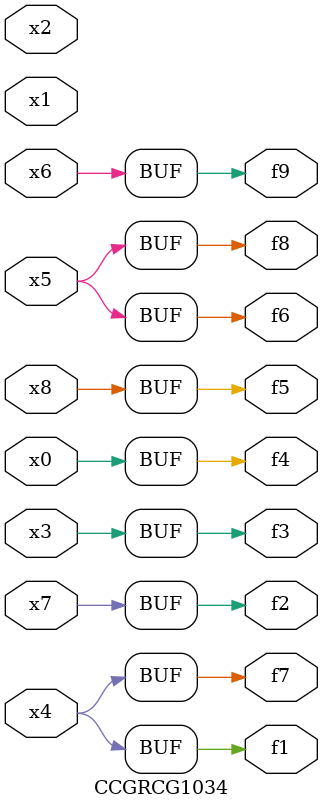
<source format=v>
module CCGRCG1034(
	input x0, x1, x2, x3, x4, x5, x6, x7, x8,
	output f1, f2, f3, f4, f5, f6, f7, f8, f9
);
	assign f1 = x4;
	assign f2 = x7;
	assign f3 = x3;
	assign f4 = x0;
	assign f5 = x8;
	assign f6 = x5;
	assign f7 = x4;
	assign f8 = x5;
	assign f9 = x6;
endmodule

</source>
